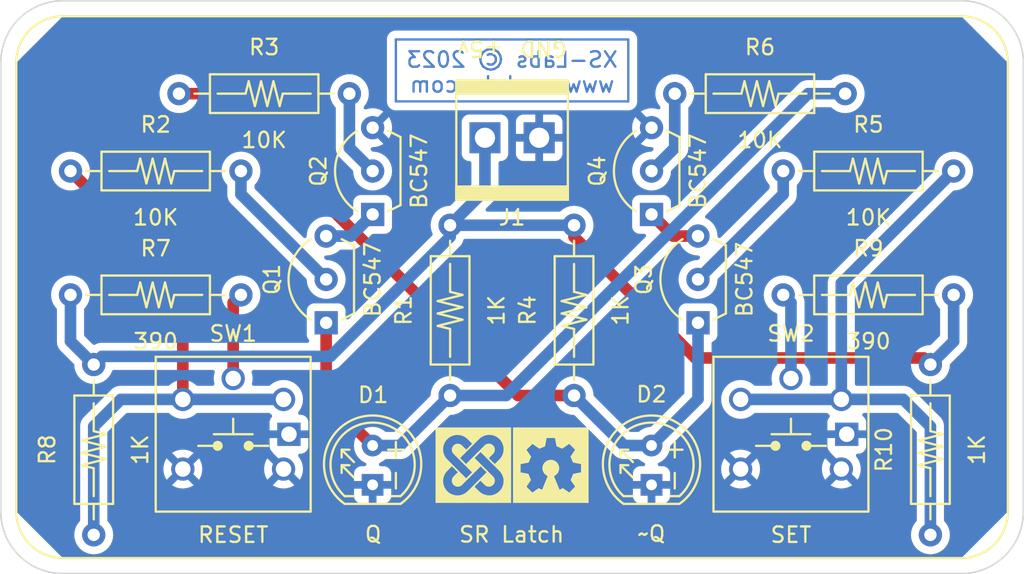
<source format=kicad_pcb>
(kicad_pcb (version 20221018) (generator pcbnew)
  (title_block (title "SR Latch") (date "2023-10-28") (rev "1") (company "XS-Labs"))
  (layers (0 "F.Cu" signal) (31 "B.Cu" signal) (34 "B.Paste" user) (35 "F.Paste" user) (36 "B.SilkS" user "B.Silkscreen") (37 "F.SilkS" user "F.Silkscreen") (38 "B.Mask" user) (39 "F.Mask" user) (44 "Edge.Cuts" user))
  (net 0 "")
  (net 1 "GND")
  (net 2 "VCC")
  (net 3 "Net-(Q1-B)")
  (net 4 "Net-(Q1-E)")
  (net 5 "Net-(Q2-B)")
  (net 6 "Net-(Q3-B)")
  (net 7 "Net-(Q3-E)")
  (net 8 "Net-(Q4-B)")
  (net 9 "Q")
  (net 10 "~Q")
  (net 11 "A")
  (net 12 "B")
  (net 13 "Net-(SW1-A)")
  (net 14 "Net-(SW2-A)")
  (footprint "XS:Package-TO-92-Line-Spacing-Lead-Form" (layer "F.Cu") (at 132 63 -90)
    (fp_text reference "Q3" (at 0 3.5 90) (layer "F.SilkS"))
    (fp_text value "BC547" (at 0 -3 90) (layer "F.SilkS"))
    (pad "1" thru_hole rect (at 2.8 0 270) (size 1.5 1.5) (drill 0.8) (layers "*.Cu" "*.Mask") (net 10 "~Q"))
    (pad "2" thru_hole circle (at 0 0 270) (size 1.5 1.5) (drill 0.8) (layers "*.Cu" "*.Mask") (net 6 "Net-(Q3-B)"))
    (pad "3" thru_hole circle (at -2.8 0 270) (size 1.5 1.5) (drill 0.8) (layers "*.Cu" "*.Mask") (net 7 "Net-(Q3-E)"))
  )
  (footprint "XS:Tactile-Omron-B3W-900X-X1X" (layer "F.Cu") (at 102 73)
    (fp_text reference "SW1" (at 0 -6.5 180) (layer "F.SilkS"))
    (fp_text value "RESET" (at 0 6.5 180) (layer "F.SilkS"))
    (pad "1" thru_hole circle (at 3.25 2.25) (size 1.5 1.5) (drill 1) (layers "*.Cu" "*.Mask") (net 1 "GND"))
    (pad "2" thru_hole circle (at -3.25 2.25) (size 1.5 1.5) (drill 1) (layers "*.Cu" "*.Mask") (net 1 "GND"))
    (pad "3" thru_hole circle (at 3.25 -2.25) (size 1.5 1.5) (drill 1) (layers "*.Cu" "*.Mask") (net 11 "A"))
    (pad "4" thru_hole circle (at -3.25 -2.25) (size 1.5 1.5) (drill 1) (layers "*.Cu" "*.Mask") (net 11 "A"))
    (pad "5" thru_hole rect (at 3.6 0) (size 1.5 1.5) (drill 1) (layers "*.Cu" "*.Mask") (net 1 "GND"))
    (pad "6" thru_hole circle (at 0 -3.6) (size 1.5 1.5) (drill 1) (layers "*.Cu" "*.Mask") (net 13 "Net-(SW1-A)"))
  )
  (footprint "XS:Resistor-Vishay-CCF07" (layer "F.Cu") (at 124 65 -90)
    (fp_text reference "R4" (at 0 3 90) (layer "F.SilkS"))
    (fp_text value "1K" (at 0 -3 90) (layer "F.SilkS"))
    (pad "1" thru_hole circle (at -5.5 0 270) (size 1.5 1.5) (drill 0.8) (layers "*.Cu" "*.Mask") (net 2 "VCC"))
    (pad "2" thru_hole circle (at 5.5 0 270) (size 1.5 1.5) (drill 0.8) (layers "*.Cu" "*.Mask") (net 10 "~Q"))
  )
  (footprint "XS:Resistor-Vishay-CCF07" (layer "F.Cu") (at 93 74 90)
    (fp_text reference "R8" (at 0 -3 270) (layer "F.SilkS"))
    (fp_text value "1K" (at 0 3 270) (layer "F.SilkS"))
    (pad "1" thru_hole circle (at -5.5 0 90) (size 1.5 1.5) (drill 0.8) (layers "*.Cu" "*.Mask") (net 11 "A"))
    (pad "2" thru_hole circle (at 5.5 0 90) (size 1.5 1.5) (drill 0.8) (layers "*.Cu" "*.Mask") (net 2 "VCC"))
  )
  (footprint "XS:Tactile-Omron-B3W-900X-X1X" (layer "F.Cu") (at 138 73)
    (fp_text reference "SW2" (at 0 -6.5 180) (layer "F.SilkS"))
    (fp_text value "SET" (at 0 6.5 180) (layer "F.SilkS"))
    (pad "1" thru_hole circle (at 3.25 2.25) (size 1.5 1.5) (drill 1) (layers "*.Cu" "*.Mask") (net 1 "GND"))
    (pad "2" thru_hole circle (at -3.25 2.25) (size 1.5 1.5) (drill 1) (layers "*.Cu" "*.Mask") (net 1 "GND"))
    (pad "3" thru_hole circle (at 3.25 -2.25) (size 1.5 1.5) (drill 1) (layers "*.Cu" "*.Mask") (net 12 "B"))
    (pad "4" thru_hole circle (at -3.25 -2.25) (size 1.5 1.5) (drill 1) (layers "*.Cu" "*.Mask") (net 12 "B"))
    (pad "5" thru_hole rect (at 3.6 0) (size 1.5 1.5) (drill 1) (layers "*.Cu" "*.Mask") (net 1 "GND"))
    (pad "6" thru_hole circle (at 0 -3.6) (size 1.5 1.5) (drill 1) (layers "*.Cu" "*.Mask") (net 14 "Net-(SW2-A)"))
  )
  (footprint "XS:Resistor-Vishay-CCF07" (layer "F.Cu") (at 104 51 180)
    (fp_text reference "R3" (at 0 3) (layer "F.SilkS"))
    (fp_text value "10K" (at 0 -3) (layer "F.SilkS"))
    (pad "1" thru_hole circle (at -5.5 0 180) (size 1.5 1.5) (drill 0.8) (layers "*.Cu" "*.Mask") (net 5 "Net-(Q2-B)"))
    (pad "2" thru_hole circle (at 5.5 0 180) (size 1.5 1.5) (drill 0.8) (layers "*.Cu" "*.Mask") (net 10 "~Q"))
  )
  (footprint "XS:Resistor-Vishay-CCF07" (layer "F.Cu") (at 143 64)
    (fp_text reference "R9" (at 0 -3 180) (layer "F.SilkS"))
    (fp_text value "390" (at 0 3 180) (layer "F.SilkS"))
    (pad "1" thru_hole circle (at -5.5 0) (size 1.5 1.5) (drill 0.8) (layers "*.Cu" "*.Mask") (net 14 "Net-(SW2-A)"))
    (pad "2" thru_hole circle (at 5.5 0) (size 1.5 1.5) (drill 0.8) (layers "*.Cu" "*.Mask") (net 2 "VCC"))
  )
  (footprint "XS:Resistor-Vishay-CCF07" (layer "F.Cu") (at 147 74 90)
    (fp_text reference "R10" (at 0 -3 270) (layer "F.SilkS"))
    (fp_text value "1K" (at 0 3 270) (layer "F.SilkS"))
    (pad "1" thru_hole circle (at -5.5 0 90) (size 1.5 1.5) (drill 0.8) (layers "*.Cu" "*.Mask") (net 12 "B"))
    (pad "2" thru_hole circle (at 5.5 0 90) (size 1.5 1.5) (drill 0.8) (layers "*.Cu" "*.Mask") (net 2 "VCC"))
  )
  (footprint "XS:LED-T1-34-5mm" (layer "F.Cu") (at 111 75 90)
    (fp_text reference "D1" (at 4.53453 0.03453 180) (layer "F.SilkS"))
    (fp_text value "Q" (at -4.46547 0.03453 180) (layer "F.SilkS"))
    (pad "1" thru_hole rect (at -1.27 0 90) (size 1.4 1.4) (drill 0.7) (layers "*.Cu" "*.Mask") (net 1 "GND"))
    (pad "2" thru_hole circle (at 1.27 0 90) (size 1.4 1.4) (drill 0.7) (layers "*.Cu" "*.Mask") (net 9 "Q"))
  )
  (footprint "XS:Connector-Wurth-Terminal-Block-2P-3.5mm-691214110002" (layer "F.Cu") (at 120 54 180)
    (fp_text reference "J1" (at 0 -5 180) (layer "F.SilkS"))
    (fp_text value "Conn_01x02" hide)
    (pad "1" thru_hole rect (at -1.75 0.15 180) (size 2 2) (drill 1.3) (layers "*.Cu" "*.Mask") (net 1 "GND"))
    (pad "2" thru_hole rect (at 1.75 0.15 180) (size 2 2) (drill 1.3) (layers "*.Cu" "*.Mask") (net 2 "VCC"))
  )
  (footprint "XS:Package-TO-92-Line-Spacing-Lead-Form" (layer "F.Cu") (at 108 63 -90)
    (fp_text reference "Q1" (at 0 3.5 90) (layer "F.SilkS"))
    (fp_text value "BC547" (at 0 -3 90) (layer "F.SilkS"))
    (pad "1" thru_hole rect (at 2.8 0 270) (size 1.5 1.5) (drill 0.8) (layers "*.Cu" "*.Mask") (net 9 "Q"))
    (pad "2" thru_hole circle (at 0 0 270) (size 1.5 1.5) (drill 0.8) (layers "*.Cu" "*.Mask") (net 3 "Net-(Q1-B)"))
    (pad "3" thru_hole circle (at -2.8 0 270) (size 1.5 1.5) (drill 0.8) (layers "*.Cu" "*.Mask") (net 4 "Net-(Q1-E)"))
  )
  (footprint "XS:Package-TO-92-Line-Spacing-Lead-Form" (layer "F.Cu") (at 129 56 -90)
    (fp_text reference "Q4" (at 0 3.5 90) (layer "F.SilkS"))
    (fp_text value "BC547" (at 0 -3 90) (layer "F.SilkS"))
    (pad "1" thru_hole rect (at 2.8 0 270) (size 1.5 1.5) (drill 0.8) (layers "*.Cu" "*.Mask") (net 7 "Net-(Q3-E)"))
    (pad "2" thru_hole circle (at 0 0 270) (size 1.5 1.5) (drill 0.8) (layers "*.Cu" "*.Mask") (net 8 "Net-(Q4-B)"))
    (pad "3" thru_hole circle (at -2.8 0 270) (size 1.5 1.5) (drill 0.8) (layers "*.Cu" "*.Mask") (net 1 "GND"))
  )
  (footprint "XS:Resistor-Vishay-CCF07" (layer "F.Cu") (at 97 56)
    (fp_text reference "R2" (at 0 -3 180) (layer "F.SilkS"))
    (fp_text value "10K" (at 0 3 180) (layer "F.SilkS"))
    (pad "1" thru_hole circle (at -5.5 0) (size 1.5 1.5) (drill 0.8) (layers "*.Cu" "*.Mask") (net 11 "A"))
    (pad "2" thru_hole circle (at 5.5 0) (size 1.5 1.5) (drill 0.8) (layers "*.Cu" "*.Mask") (net 3 "Net-(Q1-B)"))
  )
  (footprint "XS:Resistor-Vishay-CCF07" (layer "F.Cu") (at 136 51)
    (fp_text reference "R6" (at 0 -3 180) (layer "F.SilkS"))
    (fp_text value "10K" (at 0 3 180) (layer "F.SilkS"))
    (pad "1" thru_hole circle (at -5.5 0) (size 1.5 1.5) (drill 0.8) (layers "*.Cu" "*.Mask") (net 8 "Net-(Q4-B)"))
    (pad "2" thru_hole circle (at 5.5 0) (size 1.5 1.5) (drill 0.8) (layers "*.Cu" "*.Mask") (net 9 "Q"))
  )
  (footprint "XS:Logo-XS-5x5" (layer "F.Cu") (at 117.5 75)
    (fp_text reference "G***" hide)
    (fp_text value "LOGO" hide)
  )
  (footprint "XS:Package-TO-92-Line-Spacing-Lead-Form" (layer "F.Cu") (at 111 56 -90)
    (fp_text reference "Q2" (at 0 3.5 90) (layer "F.SilkS"))
    (fp_text value "BC547" (at 0 -3 90) (layer "F.SilkS"))
    (pad "1" thru_hole rect (at 2.8 0 270) (size 1.5 1.5) (drill 0.8) (layers "*.Cu" "*.Mask") (net 4 "Net-(Q1-E)"))
    (pad "2" thru_hole circle (at 0 0 270) (size 1.5 1.5) (drill 0.8) (layers "*.Cu" "*.Mask") (net 5 "Net-(Q2-B)"))
    (pad "3" thru_hole circle (at -2.8 0 270) (size 1.5 1.5) (drill 0.8) (layers "*.Cu" "*.Mask") (net 1 "GND"))
  )
  (footprint "XS:Resistor-Vishay-CCF07" (layer "F.Cu") (at 97 64 180)
    (fp_text reference "R7" (at 0 3) (layer "F.SilkS"))
    (fp_text value "390" (at 0 -3) (layer "F.SilkS"))
    (pad "1" thru_hole circle (at -5.5 0 180) (size 1.5 1.5) (drill 0.8) (layers "*.Cu" "*.Mask") (net 13 "Net-(SW1-A)"))
    (pad "2" thru_hole circle (at 5.5 0 180) (size 1.5 1.5) (drill 0.8) (layers "*.Cu" "*.Mask") (net 2 "VCC"))
  )
  (footprint "XS:Logo-OSHW-5x5" (layer "F.Cu") (at 122.5 75)
    (fp_text reference "G***" hide)
    (fp_text value "LOGO" hide)
  )
  (footprint "XS:LED-T1-34-5mm" (layer "F.Cu") (at 129 75 90)
    (fp_text reference "D2" (at 4.570664 -0.001604 180) (layer "F.SilkS"))
    (fp_text value "~Q" (at -4.429336 -0.001604 180) (layer "F.SilkS"))
    (pad "1" thru_hole rect (at -1.27 0 90) (size 1.4 1.4) (drill 0.7) (layers "*.Cu" "*.Mask") (net 1 "GND"))
    (pad "2" thru_hole circle (at 1.27 0 90) (size 1.4 1.4) (drill 0.7) (layers "*.Cu" "*.Mask") (net 10 "~Q"))
  )
  (footprint "XS:Resistor-Vishay-CCF07" (layer "F.Cu") (at 143 56 180)
    (fp_text reference "R5" (at 0 3) (layer "F.SilkS"))
    (fp_text value "10K" (at 0 -3) (layer "F.SilkS"))
    (pad "1" thru_hole circle (at -5.5 0 180) (size 1.5 1.5) (drill 0.8) (layers "*.Cu" "*.Mask") (net 12 "B"))
    (pad "2" thru_hole circle (at 5.5 0 180) (size 1.5 1.5) (drill 0.8) (layers "*.Cu" "*.Mask") (net 6 "Net-(Q3-B)"))
  )
  (footprint "XS:Resistor-Vishay-CCF07" (layer "F.Cu") (at 116 65 -90)
    (fp_text reference "R1" (at 0 3 90) (layer "F.SilkS"))
    (fp_text value "1K" (at 0 -3 90) (layer "F.SilkS"))
    (pad "1" thru_hole circle (at -5.5 0 270) (size 1.5 1.5) (drill 0.8) (layers "*.Cu" "*.Mask") (net 2 "VCC"))
    (pad "2" thru_hole circle (at 5.5 0 270) (size 1.5 1.5) (drill 0.8) (layers "*.Cu" "*.Mask") (net 9 "Q"))
  )
  (gr_line (start 127.5 47.5) (end 127.5 51.5) (stroke (width 0.15)) (layer "B.Cu"))
  (gr_line (start 127.5 51.5) (end 112.5 51.5) (stroke (width 0.15)) (layer "B.Cu"))
  (gr_line (start 112.5 47.5) (end 127.5 47.5) (stroke (width 0.15)) (layer "B.Cu"))
  (gr_line (start 112.5 51.5) (end 112.5 47.5) (stroke (width 0.15)) (layer "B.Cu"))
  (gr_line (start 91 46) (end 149 46) (stroke (width 0.15)) (layer "F.SilkS"))
  (gr_arc (start 91 81) (mid 88.87868 80.12132) (end 88 78) (stroke (width 0.15)) (layer "F.SilkS"))
  (gr_arc (start 152 78) (mid 151.12132 80.12132) (end 149 81) (stroke (width 0.15)) (layer "F.SilkS"))
  (gr_arc (start 149 46) (mid 151.12132 46.87868) (end 152 49) (stroke (width 0.15)) (layer "F.SilkS"))
  (gr_line (start 88 78) (end 88 49) (stroke (width 0.15)) (layer "F.SilkS"))
  (gr_arc (start 88 49) (mid 88.87868 46.87868) (end 91 46) (stroke (width 0.15)) (layer "F.SilkS"))
  (gr_line (start 152 78) (end 152 49) (stroke (width 0.15)) (layer "F.SilkS"))
  (gr_line (start 91 81) (end 149 81) (stroke (width 0.15)) (layer "F.SilkS"))
  (gr_arc (start 87 49) (mid 88.171573 46.171573) (end 91 45) (stroke (width 0.1)) (layer "Edge.Cuts"))
  (gr_arc (start 153 78) (mid 151.828427 80.828427) (end 149 82) (stroke (width 0.1)) (layer "Edge.Cuts"))
  (gr_arc (start 149 45) (mid 151.828427 46.171573) (end 153 49) (stroke (width 0.1)) (layer "Edge.Cuts"))
  (gr_line (start 153 49) (end 153 78) (stroke (width 0.1)) (layer "Edge.Cuts"))
  (gr_line (start 149 82) (end 91 82) (stroke (width 0.1)) (layer "Edge.Cuts"))
  (gr_line (start 87 78) (end 87 49) (stroke (width 0.1)) (layer "Edge.Cuts"))
  (gr_arc (start 91 82) (mid 88.171573 80.828427) (end 87 78) (stroke (width 0.1)) (layer "Edge.Cuts"))
  (gr_line (start 91 45) (end 149 45) (stroke (width 0.1)) (layer "Edge.Cuts"))
  (gr_text "XS-Labs © 2023\nwww.xs-labs.com" (at 120 51) (layer "B.Cu") (effects (font (size 1 1)) (justify bottom mirror)))
  (gr_text "SR Latch" (at 116.494047 80.06722) (layer "F.SilkS") (effects (font (size 1 1)) (justify left bottom)))
  (gr_text "GND" (at 123.675 47.5 180) (layer "F.SilkS") (effects (font (size 1 1)) (justify left bottom)))
  (gr_text "+5v" (at 119.527381 47.5 180) (layer "F.SilkS") (effects (font (size 1 1)) (justify left bottom)))
  (segment (start 124 59.5) (end 124 60.25) (width 0.75) (layer "F.Cu") (net 2))
  (segment (start 131.825 68.075) (end 146.575 68.075) (width 0.75) (layer "F.Cu") (net 2))
  (segment (start 124 60.25) (end 131.825 68.075) (width 0.75) (layer "F.Cu") (net 2))
  (segment (start 146.575 68.075) (end 147 68.5) (width 0.75) (layer "F.Cu") (net 2))
  (segment (start 148.5 64) (end 148.5 67) (width 0.75) (layer "B.Cu") (net 2))
  (segment (start 118.25 53.85) (end 118.25 57.25) (width 0.75) (layer "B.Cu") (net 2))
  (segment (start 93.526996 67.973004) (end 93 68.5) (width 0.75) (layer "B.Cu") (net 2))
  (segment (start 118.25 57.25) (end 116 59.5) (width 0.75) (layer "B.Cu") (net 2))
  (segment (start 148.5 67) (end 147 68.5) (width 0.75) (layer "B.Cu") (net 2))
  (segment (start 91.5 67) (end 93 68.5) (width 0.75) (layer "B.Cu") (net 2))
  (segment (start 91.5 64) (end 91.5 67) (width 0.75) (layer "B.Cu") (net 2))
  (segment (start 108.276996 67.973004) (end 93.526996 67.973004) (width 0.75) (layer "B.Cu") (net 2))
  (segment (start 116 59.5) (end 124 59.5) (width 0.75) (layer "B.Cu") (net 2))
  (segment (start 116 60.25) (end 108.276996 67.973004) (width 0.75) (layer "B.Cu") (net 2))
  (segment (start 116 59.5) (end 116 60.25) (width 0.75) (layer "B.Cu") (net 2))
  (segment (start 102.5 57.5) (end 102.5 56) (width 0.75) (layer "B.Cu") (net 3))
  (segment (start 108 63) (end 102.5 57.5) (width 0.75) (layer "B.Cu") (net 3))
  (segment (start 108 60.2) (end 109.6 60.2) (width 0.75) (layer "B.Cu") (net 4))
  (segment (start 109.6 60.2) (end 111 58.8) (width 0.75) (layer "B.Cu") (net 4))
  (segment (start 109.5 51) (end 109.5 54.5) (width 0.75) (layer "B.Cu") (net 5))
  (segment (start 109.5 54.5) (end 111 56) (width 0.75) (layer "B.Cu") (net 5))
  (segment (start 132 63) (end 137.5 57.5) (width 0.75) (layer "B.Cu") (net 6))
  (segment (start 137.5 57.5) (end 137.5 56) (width 0.75) (layer "B.Cu") (net 6))
  (segment (start 130.4 60.2) (end 129 58.8) (width 0.75) (layer "F.Cu") (net 7))
  (segment (start 132 60.2) (end 130.4 60.2) (width 0.75) (layer "F.Cu") (net 7))
  (segment (start 130.5 54.5) (end 129 56) (width 0.75) (layer "B.Cu") (net 8))
  (segment (start 130.5 51) (end 130.5 54.5) (width 0.75) (layer "B.Cu") (net 8))
  (segment (start 108 70.73) (end 108 65.8) (width 0.75) (layer "F.Cu") (net 9))
  (segment (start 111 73.73) (end 108 70.73) (width 0.75) (layer "F.Cu") (net 9))
  (segment (start 112.77 73.73) (end 116 70.5) (width 0.75) (layer "B.Cu") (net 9))
  (segment (start 141.5 51) (end 139.113174 51) (width 0.75) (layer "B.Cu") (net 9))
  (segment (start 119.613174 70.5) (end 116 70.5) (width 0.75) (layer "B.Cu") (net 9))
  (segment (start 111 73.73) (end 112.77 73.73) (width 0.75) (layer "B.Cu") (net 9))
  (segment (start 139.113174 51) (end 119.613174 70.5) (width 0.75) (layer "B.Cu") (net 9))
  (segment (start 120.386826 70.5) (end 124 70.5) (width 0.75) (layer "F.Cu") (net 10))
  (segment (start 100.886826 51) (end 120.386826 70.5) (width 0.75) (layer "F.Cu") (net 10))
  (segment (start 98.5 51) (end 100.886826 51) (width 0.75) (layer "F.Cu") (net 10))
  (segment (start 132 70.73) (end 132 65.8) (width 0.75) (layer "B.Cu") (net 10))
  (segment (start 127.23 73.73) (end 124 70.5) (width 0.75) (layer "B.Cu") (net 10))
  (segment (start 129 73.73) (end 127.23 73.73) (width 0.75) (layer "B.Cu") (net 10))
  (segment (start 129 73.73) (end 132 70.73) (width 0.75) (layer "B.Cu") (net 10))
  (segment (start 98.75 70.75) (end 98.75 63.25) (width 0.75) (layer "F.Cu") (net 11))
  (segment (start 98.75 63.25) (end 91.5 56) (width 0.75) (layer "F.Cu") (net 11))
  (segment (start 98.75 70.75) (end 105.25 70.75) (width 0.75) (layer "B.Cu") (net 11))
  (segment (start 93 79.5) (end 93 72.5) (width 0.75) (layer "B.Cu") (net 11))
  (segment (start 93 72.5) (end 94.75 70.75) (width 0.75) (layer "B.Cu") (net 11))
  (segment (start 94.75 70.75) (end 98.75 70.75) (width 0.75) (layer "B.Cu") (net 11))
  (segment (start 147 72.5) (end 145.25 70.75) (width 0.75) (layer "B.Cu") (net 12))
  (segment (start 134.75 70.75) (end 141.25 70.75) (width 0.75) (layer "B.Cu") (net 12))
  (segment (start 147 79.5) (end 147 72.5) (width 0.75) (layer "B.Cu") (net 12))
  (segment (start 141.25 63.25) (end 148.5 56) (width 0.75) (layer "B.Cu") (net 12))
  (segment (start 141.25 70.75) (end 141.25 63.25) (width 0.75) (layer "B.Cu") (net 12))
  (segment (start 145.25 70.75) (end 141.25 70.75) (width 0.75) (layer "B.Cu") (net 12))
  (segment (start 102 64.5) (end 102.5 64) (width 0.75) (layer "F.Cu") (net 13))
  (segment (start 102 69.4) (end 102 64.5) (width 0.75) (layer "F.Cu") (net 13))
  (segment (start 138 64.5) (end 137.5 64) (width 0.75) (layer "B.Cu") (net 14))
  (segment (start 138 69.4) (end 138 64.5) (width 0.75) (layer "B.Cu") (net 14))
  (zone (net 1) (net_name "GND") (layer "B.Cu") (connect_pads (clearance 0.5)) (min_thickness 0.25) (fill yes (thermal_gap 0.5) (thermal_bridge_width 0.5))
    (polygon (pts (xy 88 49) (xy 91 46) (xy 149 46) (xy 152 49) (xy 152 78) (xy 149 81) (xy 91 81) (xy 88 78)))
  )
)
</source>
